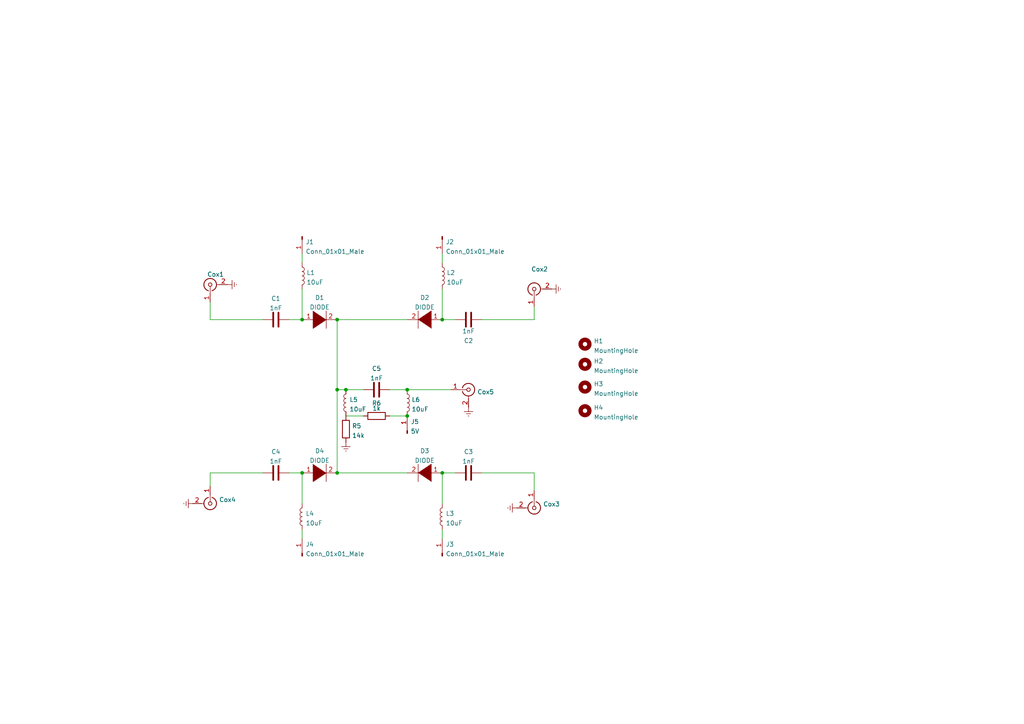
<source format=kicad_sch>
(kicad_sch (version 20210621) (generator eeschema)
  (paper "A4")
  (lib_symbols
    (symbol "Connector:Conn_01x01_Male" (pin_names (offset 1.016) hide)
      (property "Reference" "J" (at 0 2.54 0))
      (property "Value" "Conn_01x01_Male" (at 0 -2.54 0))
      (symbol "Conn_01x01_Male_1_1"
        (polyline (pts (xy 1.27 0) (xy 0.8636 0)) (stroke (width 0.1524)))
        (rectangle (start 0.8636 0.127) (end 0 -0.127) (stroke (width 0.1524)) (fill (type outline)))
        (pin passive line (at 5.08 0 180) (length 3.81) (name "Pin_1") (number "1"))
      )
    )
    (symbol "Connector:Conn_Coaxial" (pin_names (offset 1.016) hide)
      (property "Reference" "J" (at 0.254 3.048 0))
      (property "Value" "Conn_Coaxial" (at 2.921 0 90))
      (symbol "Conn_Coaxial_0_1"
        (arc (start -1.778 -0.508) (mid 0.222 -1.808) (end 1.778 0) (stroke (width 0.254)))
        (polyline (pts (xy -2.54 0) (xy -0.508 0)))
        (polyline (pts (xy 0 -2.54) (xy 0 -1.778)))
        (circle (center 0 0) (radius 0.508) (stroke (width 0.2032)))
        (arc (start 1.778 0) (mid 0.222 1.8083) (end -1.778 0.508) (stroke (width 0.254)))
      )
      (symbol "Conn_Coaxial_1_1"
        (pin passive line (at -5.08 0 0) (length 2.54) (name "In") (number "1"))
        (pin passive line (at 0 -5.08 90) (length 2.54) (name "Ext") (number "2"))
      )
    )
    (symbol "Device:C" (pin_numbers hide) (pin_names (offset 0.254))
      (property "Reference" "C" (at 0.635 2.54 0))
      (property "Value" "C" (at 0.635 -2.54 0))
      (symbol "C_0_1"
        (polyline (pts (xy -2.032 -0.762) (xy 2.032 -0.762)) (stroke (width 0.508)))
        (polyline (pts (xy -2.032 0.762) (xy 2.032 0.762)) (stroke (width 0.508)))
      )
      (symbol "C_1_1"
        (pin passive line (at 0 3.81 270) (length 2.794) (name "~") (number "1"))
        (pin passive line (at 0 -3.81 90) (length 2.794) (name "~") (number "2"))
      )
    )
    (symbol "Device:L" (pin_numbers hide) (pin_names (offset 1.016) hide)
      (property "Reference" "L" (at -1.27 0 90))
      (property "Value" "L" (at 1.905 0 90))
      (symbol "L_0_1"
        (arc (start 0 -2.54) (mid 0.635 -1.905) (end 0 -1.27))
        (arc (start 0 -1.27) (mid 0.635 -0.635) (end 0 0))
        (arc (start 0 0) (mid 0.635 0.635) (end 0 1.27))
        (arc (start 0 1.27) (mid 0.635 1.905) (end 0 2.54))
      )
      (symbol "L_1_1"
        (pin passive line (at 0 3.81 270) (length 1.27) (name "1") (number "1"))
        (pin passive line (at 0 -3.81 90) (length 1.27) (name "2") (number "2"))
      )
    )
    (symbol "Device:R" (pin_numbers hide) (pin_names (offset 0))
      (property "Reference" "R" (at 2.032 0 90))
      (property "Value" "R" (at 0 0 90))
      (symbol "R_0_1"
        (rectangle (start -1.016 -2.54) (end 1.016 2.54) (stroke (width 0.254)))
      )
      (symbol "R_1_1"
        (pin passive line (at 0 3.81 270) (length 1.27) (name "~") (number "1"))
        (pin passive line (at 0 -3.81 90) (length 1.27) (name "~") (number "2"))
      )
    )
    (symbol "Mechanical:MountingHole" (pin_names (offset 1.016))
      (property "Reference" "H" (at 0 5.08 0))
      (property "Value" "MountingHole" (at 0 3.175 0))
      (symbol "MountingHole_0_1"
        (circle (center 0 0) (radius 1.27) (stroke (width 1.27)))
      )
    )
    (symbol "power:Earth" (power) (pin_names (offset 0))
      (symbol "Earth_0_1"
        (polyline (pts (xy -0.635 -1.905) (xy 0.635 -1.905)))
        (polyline (pts (xy -0.127 -2.54) (xy 0.127 -2.54)))
        (polyline (pts (xy 0 -1.27) (xy 0 0)))
        (polyline (pts (xy 1.27 -1.27) (xy -1.27 -1.27)))
      )
      (symbol "Earth_1_1"
        (pin power_in line (at 0 0 270) (length 0) hide (name "Earth") (number "1"))
      )
    )
    (symbol "pspice:DIODE" (pin_names (offset 1.016) hide)
      (property "Reference" "D" (at 0 3.81 0))
      (property "Value" "DIODE" (at 0 -4.445 0))
      (symbol "DIODE_0_1"
        (polyline (pts (xy 1.905 2.54) (xy 1.905 -2.54)))
        (polyline (pts (xy -1.905 2.54) (xy -1.905 -2.54) (xy 1.905 0)) (fill (type outline)))
      )
      (symbol "DIODE_1_1"
        (pin input line (at -5.08 0 0) (length 3.81) (name "K") (number "1"))
        (pin input line (at 5.08 0 180) (length 3.81) (name "A") (number "2"))
      )
    )
  )
  (junction (at 87.63 92.71))
  (junction (at 87.63 137.16))
  (junction (at 97.79 92.71))
  (junction (at 97.79 113.03))
  (junction (at 97.79 137.16))
  (junction (at 100.33 113.03))
  (junction (at 118.11 113.03))
  (junction (at 118.11 120.65))
  (junction (at 128.27 92.71))
  (junction (at 128.27 137.16))
  (wire (pts (xy 60.96 87.63) (xy 60.96 92.71)))
  (wire (pts (xy 60.96 92.71) (xy 76.2 92.71)))
  (wire (pts (xy 60.96 137.16) (xy 60.96 140.97)))
  (wire (pts (xy 60.96 137.16) (xy 76.2 137.16)))
  (wire (pts (xy 83.82 137.16) (xy 87.63 137.16)))
  (wire (pts (xy 87.63 73.66) (xy 87.63 76.2)))
  (wire (pts (xy 87.63 83.82) (xy 87.63 92.71)))
  (wire (pts (xy 87.63 92.71) (xy 83.82 92.71)))
  (wire (pts (xy 87.63 146.05) (xy 87.63 137.16)))
  (wire (pts (xy 87.63 156.21) (xy 87.63 153.67)))
  (wire (pts (xy 97.79 92.71) (xy 97.79 113.03)))
  (wire (pts (xy 97.79 92.71) (xy 118.11 92.71)))
  (wire (pts (xy 97.79 113.03) (xy 97.79 137.16)))
  (wire (pts (xy 97.79 113.03) (xy 100.33 113.03)))
  (wire (pts (xy 100.33 113.03) (xy 105.41 113.03)))
  (wire (pts (xy 100.33 120.65) (xy 105.41 120.65)))
  (wire (pts (xy 113.03 113.03) (xy 118.11 113.03)))
  (wire (pts (xy 113.03 120.65) (xy 118.11 120.65)))
  (wire (pts (xy 118.11 113.03) (xy 130.81 113.03)))
  (wire (pts (xy 118.11 137.16) (xy 97.79 137.16)))
  (wire (pts (xy 128.27 73.66) (xy 128.27 76.2)))
  (wire (pts (xy 128.27 83.82) (xy 128.27 92.71)))
  (wire (pts (xy 128.27 137.16) (xy 132.08 137.16)))
  (wire (pts (xy 128.27 146.05) (xy 128.27 137.16)))
  (wire (pts (xy 128.27 156.21) (xy 128.27 153.67)))
  (wire (pts (xy 132.08 92.71) (xy 128.27 92.71)))
  (wire (pts (xy 139.7 92.71) (xy 154.94 92.71)))
  (wire (pts (xy 139.7 137.16) (xy 154.94 137.16)))
  (wire (pts (xy 154.94 92.71) (xy 154.94 88.9)))
  (wire (pts (xy 154.94 137.16) (xy 154.94 142.24)))
  (symbol (lib_id "Connector:Conn_01x01_Male") (at 87.63 68.58 270) (unit 1)
    (property "Reference" "J1" (at 88.6461 70.1734 90) (effects (justify left)))
    (property "Value" "Conn_01x01_Male" (at 88.6461 72.9485 90) (effects (justify left)))
    (property "Footprint" "Connector_Pin:Pin_D1.0mm_L10.0mm" (effects hide))
  )
  (symbol (lib_id "Connector:Conn_01x01_Male") (at 87.63 161.29 90) (unit 1)
    (property "Reference" "J4" (at 88.6461 157.8795 90) (effects (justify right)))
    (property "Value" "Conn_01x01_Male" (at 88.6461 160.6546 90) (effects (justify right)))
    (property "Footprint" "Connector_Pin:Pin_D1.0mm_L10.0mm" (effects hide))
  )
  (symbol (lib_id "Connector:Conn_01x01_Male") (at 118.11 125.73 90) (unit 1)
    (property "Reference" "J5" (at 119.1261 122.3195 90) (effects (justify right)))
    (property "Value" "5V" (at 119.1261 125.0946 90) (effects (justify right)))
    (property "Footprint" "Connector_Pin:Pin_D1.0mm_L10.0mm" (effects hide))
  )
  (symbol (lib_id "Connector:Conn_01x01_Male") (at 128.27 68.58 270) (unit 1)
    (property "Reference" "J2" (at 129.2861 70.1734 90) (effects (justify left)))
    (property "Value" "Conn_01x01_Male" (at 129.2861 72.9485 90) (effects (justify left)))
    (property "Footprint" "Connector_Pin:Pin_D1.0mm_L10.0mm" (effects hide))
  )
  (symbol (lib_id "Connector:Conn_01x01_Male") (at 128.27 161.29 90) (unit 1)
    (property "Reference" "J3" (at 129.2861 157.8795 90) (effects (justify right)))
    (property "Value" "Conn_01x01_Male" (at 129.2861 160.6546 90) (effects (justify right)))
    (property "Footprint" "Connector_Pin:Pin_D1.0mm_L10.0mm" (effects hide))
  )
  (symbol (lib_id "power:Earth") (at 55.88 146.05 270) (unit 1)
    (property "Reference" "#PWR0105" (effects hide))
    (property "Value" "Earth" (effects hide))
  )
  (symbol (lib_id "power:Earth") (at 66.04 82.55 90) (unit 1)
    (property "Reference" "#PWR0103" (effects hide))
    (property "Value" "Earth" (effects hide))
  )
  (symbol (lib_id "power:Earth") (at 100.33 128.27 0) (unit 1)
    (property "Reference" "#PWR0104" (effects hide))
    (property "Value" "Earth" (effects hide))
  )
  (symbol (lib_id "power:Earth") (at 135.89 118.11 0) (unit 1)
    (property "Reference" "#PWR0102" (effects hide))
    (property "Value" "Earth" (effects hide))
  )
  (symbol (lib_id "power:Earth") (at 149.86 147.32 270) (unit 1)
    (property "Reference" "#PWR0101" (effects hide))
    (property "Value" "Earth" (effects hide))
  )
  (symbol (lib_id "power:Earth") (at 160.02 83.82 90) (unit 1)
    (property "Reference" "#PWR0106" (effects hide))
    (property "Value" "Earth" (effects hide))
  )
  (symbol (lib_id "Device:L") (at 87.63 80.01 0) (unit 1)
    (property "Reference" "L1" (at 88.9 79.1015 0) (effects (justify left)))
    (property "Value" "10uF" (at 88.9 81.8766 0) (effects (justify left)))
    (property "Footprint" "Inductor_SMD:L_0805_2012Metric" (effects hide))
  )
  (symbol (lib_id "Device:L") (at 87.63 149.86 180) (unit 1)
    (property "Reference" "L4" (at 88.6461 148.9515 0) (effects (justify right)))
    (property "Value" "10uF" (at 88.6461 151.7266 0) (effects (justify right)))
    (property "Footprint" "Inductor_SMD:L_0805_2012Metric" (effects hide))
  )
  (symbol (lib_id "Device:L") (at 100.33 116.84 180) (unit 1)
    (property "Reference" "L5" (at 101.3461 115.9315 0) (effects (justify right)))
    (property "Value" "10uF" (at 101.3461 118.7066 0) (effects (justify right)))
    (property "Footprint" "Inductor_SMD:L_0805_2012Metric" (effects hide))
  )
  (symbol (lib_id "Device:L") (at 118.11 116.84 0) (unit 1)
    (property "Reference" "L6" (at 119.38 115.9315 0) (effects (justify left)))
    (property "Value" "10uF" (at 119.38 118.7066 0) (effects (justify left)))
    (property "Footprint" "Inductor_SMD:L_0805_2012Metric" (effects hide))
  )
  (symbol (lib_id "Device:L") (at 128.27 80.01 0) (unit 1)
    (property "Reference" "L2" (at 129.54 79.1015 0) (effects (justify left)))
    (property "Value" "10uF" (at 129.54 81.8766 0) (effects (justify left)))
    (property "Footprint" "Inductor_SMD:L_0805_2012Metric" (effects hide))
  )
  (symbol (lib_id "Device:L") (at 128.27 149.86 180) (unit 1)
    (property "Reference" "L3" (at 129.2861 148.9515 0) (effects (justify right)))
    (property "Value" "10uF" (at 129.2861 151.7266 0) (effects (justify right)))
    (property "Footprint" "Inductor_SMD:L_0805_2012Metric" (effects hide))
  )
  (symbol (lib_id "Mechanical:MountingHole") (at 169.672 99.822 0) (unit 1)
    (property "Reference" "H1" (at 172.212 98.9135 0) (effects (justify left)))
    (property "Value" "MountingHole" (at 172.212 101.6886 0) (effects (justify left)))
    (property "Footprint" "MountingHole:MountingHole_2.1mm" (effects hide))
  )
  (symbol (lib_id "Mechanical:MountingHole") (at 169.672 105.664 0) (unit 1)
    (property "Reference" "H2" (at 172.212 104.7555 0) (effects (justify left)))
    (property "Value" "MountingHole" (at 172.212 107.5306 0) (effects (justify left)))
    (property "Footprint" "MountingHole:MountingHole_2.1mm" (effects hide))
  )
  (symbol (lib_id "Mechanical:MountingHole") (at 169.672 112.268 0) (unit 1)
    (property "Reference" "H3" (at 172.212 111.3595 0) (effects (justify left)))
    (property "Value" "MountingHole" (at 172.212 114.1346 0) (effects (justify left)))
    (property "Footprint" "MountingHole:MountingHole_2.1mm" (effects hide))
  )
  (symbol (lib_id "Mechanical:MountingHole") (at 169.672 119.126 0) (unit 1)
    (property "Reference" "H4" (at 172.212 118.2175 0) (effects (justify left)))
    (property "Value" "MountingHole" (at 172.212 120.9926 0) (effects (justify left)))
    (property "Footprint" "MountingHole:MountingHole_2.1mm" (effects hide))
  )
  (symbol (lib_id "Device:R") (at 100.33 124.46 0) (unit 1)
    (property "Reference" "R5" (at 102.108 123.5515 0) (effects (justify left)))
    (property "Value" "14k" (at 102.108 126.3266 0) (effects (justify left)))
    (property "Footprint" "Resistor_SMD:R_0805_2012Metric" (effects hide))
  )
  (symbol (lib_id "Device:R") (at 109.22 120.65 90) (unit 1)
    (property "Reference" "R6" (at 109.22 116.9375 90))
    (property "Value" "1k" (at 109.22 118.4426 90))
    (property "Footprint" "Resistor_SMD:R_0805_2012Metric" (effects hide))
  )
  (symbol (lib_id "Device:C") (at 80.01 92.71 90) (unit 1)
    (property "Reference" "C1" (at 80.01 86.5845 90))
    (property "Value" "1nF" (at 80.01 89.3596 90))
    (property "Footprint" "Capacitor_SMD:C_0805_2012Metric" (effects hide))
  )
  (symbol (lib_id "Device:C") (at 80.01 137.16 90) (unit 1)
    (property "Reference" "C4" (at 80.01 131.0345 90))
    (property "Value" "1nF" (at 80.01 133.8096 90))
    (property "Footprint" "Capacitor_SMD:C_0805_2012Metric" (effects hide))
  )
  (symbol (lib_id "Device:C") (at 109.22 113.03 90) (unit 1)
    (property "Reference" "C5" (at 109.22 106.9045 90))
    (property "Value" "1nF" (at 109.22 109.6796 90))
    (property "Footprint" "Capacitor_SMD:C_0805_2012Metric" (effects hide))
  )
  (symbol (lib_id "Device:C") (at 135.89 92.71 270) (unit 1)
    (property "Reference" "C2" (at 135.89 98.8355 90))
    (property "Value" "1nF" (at 135.89 96.0604 90))
    (property "Footprint" "Capacitor_SMD:C_0805_2012Metric" (effects hide))
  )
  (symbol (lib_id "Device:C") (at 135.89 137.16 270) (unit 1)
    (property "Reference" "C3" (at 135.89 131.0345 90))
    (property "Value" "1nF" (at 135.89 133.8096 90))
    (property "Footprint" "Capacitor_SMD:C_0805_2012Metric" (effects hide))
  )
  (symbol (lib_id "Connector:Conn_Coaxial") (at 60.96 82.55 90) (unit 1)
    (property "Reference" "Cox1" (at 62.5232 79.5804 90))
    (property "Value" "Conn_Coaxial" (effects hide))
    (property "Footprint" "Connector_Coaxial:SMA_Molex_73251-1153_EdgeMount_Horizontal" (effects hide))
    (property "Datasheet" " ~" (effects hide))
  )
  (symbol (lib_id "Connector:Conn_Coaxial") (at 60.96 146.05 270) (unit 1)
    (property "Reference" "Cox4" (at 63.5486 144.9415 90) (effects (justify left)))
    (property "Value" "Conn_Coaxial" (effects hide))
    (property "Footprint" "Connector_Coaxial:SMA_Molex_73251-1153_EdgeMount_Horizontal" (effects hide))
    (property "Datasheet" " ~" (effects hide))
  )
  (symbol (lib_id "Connector:Conn_Coaxial") (at 135.89 113.03 0) (unit 1)
    (property "Reference" "Cox5" (at 138.4299 113.6836 0) (effects (justify left)))
    (property "Value" "Conn_Coaxial" (effects hide))
    (property "Footprint" "Connector_Coaxial:SMA_Molex_73251-1153_EdgeMount_Horizontal" (effects hide))
    (property "Datasheet" " ~" (effects hide))
  )
  (symbol (lib_id "Connector:Conn_Coaxial") (at 154.94 83.82 90) (unit 1)
    (property "Reference" "Cox2" (at 156.5021 78.0754 90))
    (property "Value" "Conn_Coaxial" (effects hide))
    (property "Footprint" "Connector_Coaxial:SMA_Molex_73251-1153_EdgeMount_Horizontal" (effects hide))
    (property "Datasheet" " ~" (effects hide))
  )
  (symbol (lib_id "Connector:Conn_Coaxial") (at 154.94 147.32 270) (unit 1)
    (property "Reference" "Cox3" (at 157.5286 146.2115 90) (effects (justify left)))
    (property "Value" "Conn_Coaxial" (effects hide))
    (property "Footprint" "Connector_Coaxial:SMA_Molex_73251-1153_EdgeMount_Horizontal" (effects hide))
    (property "Datasheet" " ~" (effects hide))
  )
  (symbol (lib_id "pspice:DIODE") (at 92.71 92.71 0) (unit 1)
    (property "Reference" "D1" (at 92.71 86.3305 0))
    (property "Value" "DIODE" (at 92.71 89.1056 0))
    (property "Footprint" "Diode_SMD:D_0402_1005Metric" (effects hide))
  )
  (symbol (lib_id "pspice:DIODE") (at 92.71 137.16 0) (unit 1)
    (property "Reference" "D4" (at 92.71 130.7805 0))
    (property "Value" "DIODE" (at 92.71 133.5556 0))
    (property "Footprint" "Diode_SMD:D_0402_1005Metric" (effects hide))
  )
  (symbol (lib_id "pspice:DIODE") (at 123.19 92.71 180) (unit 1)
    (property "Reference" "D2" (at 123.19 86.3305 0))
    (property "Value" "DIODE" (at 123.19 89.1056 0))
    (property "Footprint" "Diode_SMD:D_0402_1005Metric" (effects hide))
  )
  (symbol (lib_id "pspice:DIODE") (at 123.19 137.16 180) (unit 1)
    (property "Reference" "D3" (at 123.19 130.7805 0))
    (property "Value" "DIODE" (at 123.19 133.5556 0))
    (property "Footprint" "Diode_SMD:D_0402_1005Metric" (effects hide))
  )
)
</source>
